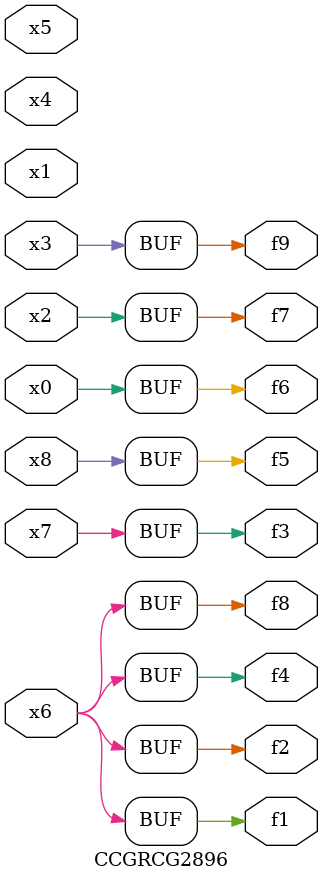
<source format=v>
module CCGRCG2896(
	input x0, x1, x2, x3, x4, x5, x6, x7, x8,
	output f1, f2, f3, f4, f5, f6, f7, f8, f9
);
	assign f1 = x6;
	assign f2 = x6;
	assign f3 = x7;
	assign f4 = x6;
	assign f5 = x8;
	assign f6 = x0;
	assign f7 = x2;
	assign f8 = x6;
	assign f9 = x3;
endmodule

</source>
